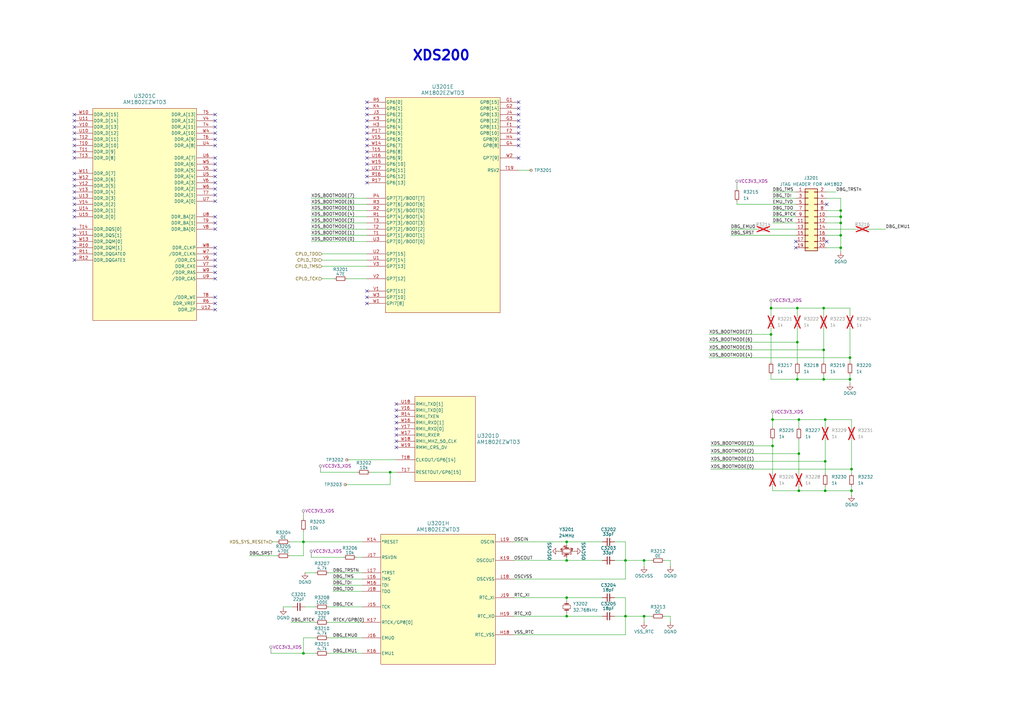
<source format=kicad_sch>
(kicad_sch (version 20250114) (generator "eeschema") (generator_version "9.0")
  (paper "A3")
  (title_block (title "Barre de son (base saine)") (date "2025-05-16") (rev "1.0") (company "NDH"))
  (text "XDS200" (at 180.975 22.86 0) (effects (font (size 4 4) (thickness 0.8) (bold yes))))
  (junction (at 349.25 192.405))
  (junction (at 327.025 126.365))
  (junction (at 232.41 229.87))
  (junction (at 316.23 137.16))
  (junction (at 327.66 186.055))
  (junction (at 316.865 172.085))
  (junction (at 344.805 91.44))
  (junction (at 344.805 88.9))
  (junction (at 337.82 126.365))
  (junction (at 337.82 155.575))
  (junction (at 316.865 182.88))
  (junction (at 232.41 252.73))
  (junction (at 160.02 193.675))
  (junction (at 344.805 86.36))
  (junction (at 264.16 252.73))
  (junction (at 124.46 222.25))
  (junction (at 337.82 143.51))
  (junction (at 338.455 172.085))
  (junction (at 316.23 126.365))
  (junction (at 344.805 96.52))
  (junction (at 256.54 252.73))
  (junction (at 232.41 245.11))
  (junction (at 327.66 172.085))
  (junction (at 264.16 229.87))
  (junction (at 338.455 201.295))
  (junction (at 348.615 146.685))
  (junction (at 327.025 155.575))
  (junction (at 344.805 101.6))
  (junction (at 338.455 189.23))
  (junction (at 348.615 155.575))
  (junction (at 232.41 222.25))
  (junction (at 327.66 201.295))
  (junction (at 327.025 140.335))
  (junction (at 349.25 201.295))
  (junction (at 256.54 229.87))
  (junction (at 124.46 267.97))
  (no_connect (at 88.265 77.47))
  (no_connect (at 162.56 183.515))
  (no_connect (at 150.495 41.91))
  (no_connect (at 150.495 52.07))
  (no_connect (at 88.265 54.61))
  (no_connect (at 88.265 106.68))
  (no_connect (at 150.495 121.92))
  (no_connect (at 30.48 57.15))
  (no_connect (at 30.48 93.98))
  (no_connect (at 30.48 76.2))
  (no_connect (at 162.56 170.815))
  (no_connect (at 88.265 111.76))
  (no_connect (at 88.265 91.44))
  (no_connect (at 150.495 124.46))
  (no_connect (at 30.48 78.74))
  (no_connect (at 88.265 82.55))
  (no_connect (at 88.265 121.92))
  (no_connect (at 212.725 49.53))
  (no_connect (at 30.48 49.53))
  (no_connect (at 150.495 59.69))
  (no_connect (at 30.48 81.28))
  (no_connect (at 88.265 101.6))
  (no_connect (at 88.265 93.98))
  (no_connect (at 150.495 46.99))
  (no_connect (at 88.265 64.77))
  (no_connect (at 150.495 44.45))
  (no_connect (at 88.265 109.22))
  (no_connect (at 326.39 99.06))
  (no_connect (at 30.48 101.6))
  (no_connect (at 150.495 62.23))
  (no_connect (at 162.56 175.895))
  (no_connect (at 30.48 64.77))
  (no_connect (at 150.495 72.39))
  (no_connect (at 88.265 127))
  (no_connect (at 326.39 101.6))
  (no_connect (at 88.265 57.15))
  (no_connect (at 88.265 46.99))
  (no_connect (at 88.265 88.9))
  (no_connect (at 162.56 165.735))
  (no_connect (at 30.48 86.36))
  (no_connect (at 30.48 52.07))
  (no_connect (at 162.56 178.435))
  (no_connect (at 88.265 52.07))
  (no_connect (at 30.48 96.52))
  (no_connect (at 88.265 67.31))
  (no_connect (at 150.495 69.85))
  (no_connect (at 30.48 62.23))
  (no_connect (at 30.48 99.06))
  (no_connect (at 150.495 64.77))
  (no_connect (at 30.48 83.82))
  (no_connect (at 150.495 119.38))
  (no_connect (at 162.56 180.975))
  (no_connect (at 30.48 54.61))
  (no_connect (at 150.495 49.53))
  (no_connect (at 212.725 59.69))
  (no_connect (at 150.495 67.31))
  (no_connect (at 150.495 74.93))
  (no_connect (at 150.495 57.15))
  (no_connect (at 88.265 49.53))
  (no_connect (at 30.48 59.69))
  (no_connect (at 212.725 41.91))
  (no_connect (at 30.48 88.9))
  (no_connect (at 88.265 124.46))
  (no_connect (at 88.265 74.93))
  (no_connect (at 88.265 104.14))
  (no_connect (at 88.265 80.01))
  (no_connect (at 162.56 173.355))
  (no_connect (at 212.725 64.77))
  (no_connect (at 30.48 71.12))
  (no_connect (at 212.725 57.15))
  (no_connect (at 88.265 69.85))
  (no_connect (at 212.725 46.99))
  (no_connect (at 212.725 52.07))
  (no_connect (at 30.48 73.66))
  (no_connect (at 88.265 72.39))
  (no_connect (at 162.56 168.275))
  (no_connect (at 30.48 46.99))
  (no_connect (at 339.09 99.06))
  (no_connect (at 88.265 59.69))
  (no_connect (at 88.265 114.3))
  (no_connect (at 150.495 54.61))
  (no_connect (at 30.48 104.14))
  (no_connect (at 339.09 83.82))
  (no_connect (at 212.725 44.45))
  (no_connect (at 212.725 54.61))
  (no_connect (at 30.48 106.68))
  (wire (pts (xy 274.955 229.87) (xy 274.955 232.41)))
  (wire (pts (xy 339.09 86.36) (xy 344.805 86.36)))
  (wire (pts (xy 132.08 106.68) (xy 150.495 106.68)))
  (wire (pts (xy 136.525 237.49) (xy 148.59 237.49)))
  (wire (pts (xy 349.25 199.39) (xy 349.25 201.295)))
  (wire (pts (xy 316.865 182.88) (xy 316.865 194.31)))
  (wire (pts (xy 151.765 193.675) (xy 160.02 193.675)))
  (wire (pts (xy 337.82 126.365) (xy 348.615 126.365)))
  (wire (pts (xy 327.025 134.62) (xy 327.025 140.335)))
  (wire (pts (xy 349.25 175.26) (xy 349.25 172.085)))
  (wire (pts (xy 290.83 143.51) (xy 337.82 143.51)))
  (wire (pts (xy 232.41 252.73) (xy 247.015 252.73)))
  (wire (pts (xy 232.41 246.38) (xy 232.41 245.11)))
  (wire (pts (xy 134.62 267.97) (xy 148.59 267.97)))
  (wire (pts (xy 132.08 114.3) (xy 137.16 114.3)))
  (wire (pts (xy 256.54 222.25) (xy 256.54 229.87)))
  (wire (pts (xy 327.025 140.335) (xy 327.025 148.59)))
  (wire (pts (xy 302.26 76.835) (xy 302.26 77.47)))
  (wire (pts (xy 316.865 172.085) (xy 316.865 175.26)))
  (wire (pts (xy 338.455 189.23) (xy 338.455 180.34)))
  (wire (pts (xy 252.095 229.87) (xy 256.54 229.87)))
  (wire (pts (xy 316.865 86.36) (xy 326.39 86.36)))
  (wire (pts (xy 142.24 188.595) (xy 162.56 188.595)))
  (wire (pts (xy 256.54 260.35) (xy 256.54 252.73)))
  (wire (pts (xy 339.09 96.52) (xy 344.805 96.52)))
  (wire (pts (xy 127.635 93.98) (xy 150.495 93.98)))
  (wire (pts (xy 327.66 186.055) (xy 327.66 194.31)))
  (wire (pts (xy 232.41 229.87) (xy 210.82 229.87)))
  (wire (pts (xy 302.26 83.82) (xy 326.39 83.82)))
  (wire (pts (xy 160.02 193.675) (xy 162.56 193.675)))
  (wire (pts (xy 338.455 175.26) (xy 338.455 172.085)))
  (wire (pts (xy 229.235 226.06) (xy 229.87 226.06)))
  (wire (pts (xy 338.455 172.085) (xy 349.25 172.085)))
  (wire (pts (xy 119.38 255.27) (xy 129.54 255.27)))
  (wire (pts (xy 146.05 228.6) (xy 148.59 228.6)))
  (wire (pts (xy 349.25 192.405) (xy 349.25 194.31)))
  (wire (pts (xy 124.46 227.965) (xy 124.46 222.25)))
  (wire (pts (xy 232.41 251.46) (xy 232.41 252.73)))
  (wire (pts (xy 132.08 109.22) (xy 150.495 109.22)))
  (wire (pts (xy 327.66 180.34) (xy 327.66 186.055)))
  (wire (pts (xy 127.635 99.06) (xy 150.495 99.06)))
  (wire (pts (xy 125.095 248.92) (xy 129.54 248.92)))
  (wire (pts (xy 264.16 229.87) (xy 267.335 229.87)))
  (wire (pts (xy 124.46 212.09) (xy 124.46 212.725)))
  (wire (pts (xy 232.41 223.52) (xy 232.41 222.25)))
  (wire (pts (xy 136.525 240.03) (xy 148.59 240.03)))
  (wire (pts (xy 342.9 78.74) (xy 339.09 78.74)))
  (wire (pts (xy 291.465 189.23) (xy 338.455 189.23)))
  (wire (pts (xy 232.41 229.87) (xy 247.015 229.87)))
  (wire (pts (xy 349.25 201.295) (xy 349.25 203.2)))
  (wire (pts (xy 134.62 248.92) (xy 148.59 248.92)))
  (wire (pts (xy 337.82 143.51) (xy 337.82 134.62)))
  (wire (pts (xy 337.82 155.575) (xy 327.025 155.575)))
  (wire (pts (xy 256.54 237.49) (xy 256.54 229.87)))
  (wire (pts (xy 316.23 126.365) (xy 316.23 129.54)))
  (wire (pts (xy 116.205 248.92) (xy 120.015 248.92)))
  (wire (pts (xy 160.02 193.675) (xy 160.02 198.755)))
  (wire (pts (xy 327.66 201.295) (xy 327.66 199.39)))
  (wire (pts (xy 127.635 83.82) (xy 150.495 83.82)))
  (wire (pts (xy 127.635 88.9) (xy 150.495 88.9)))
  (wire (pts (xy 349.25 180.34) (xy 349.25 192.405)))
  (wire (pts (xy 337.82 129.54) (xy 337.82 126.365)))
  (wire (pts (xy 316.23 137.16) (xy 316.23 148.59)))
  (wire (pts (xy 141.605 198.755) (xy 160.02 198.755)))
  (wire (pts (xy 316.23 137.16) (xy 316.23 134.62)))
  (wire (pts (xy 264.16 252.73) (xy 267.335 252.73)))
  (wire (pts (xy 348.615 155.575) (xy 348.615 157.48)))
  (wire (pts (xy 131.445 193.675) (xy 146.685 193.675)))
  (wire (pts (xy 232.41 222.25) (xy 210.82 222.25)))
  (wire (pts (xy 127.635 86.36) (xy 150.495 86.36)))
  (wire (pts (xy 134.62 261.62) (xy 148.59 261.62)))
  (wire (pts (xy 291.465 186.055) (xy 327.66 186.055)))
  (wire (pts (xy 344.805 103.505) (xy 344.805 101.6)))
  (wire (pts (xy 134.62 234.95) (xy 148.59 234.95)))
  (wire (pts (xy 102.235 227.965) (xy 113.665 227.965)))
  (wire (pts (xy 210.82 237.49) (xy 256.54 237.49)))
  (wire (pts (xy 316.865 182.88) (xy 316.865 180.34)))
  (wire (pts (xy 252.095 252.73) (xy 256.54 252.73)))
  (wire (pts (xy 338.455 201.295) (xy 327.66 201.295)))
  (wire (pts (xy 363.22 93.98) (xy 356.235 93.98)))
  (wire (pts (xy 337.82 155.575) (xy 348.615 155.575)))
  (wire (pts (xy 339.09 81.28) (xy 344.805 81.28)))
  (wire (pts (xy 247.015 245.11) (xy 232.41 245.11)))
  (wire (pts (xy 111.76 222.25) (xy 113.665 222.25)))
  (wire (pts (xy 316.865 78.74) (xy 326.39 78.74)))
  (wire (pts (xy 327.66 172.085) (xy 338.455 172.085)))
  (wire (pts (xy 124.46 222.25) (xy 148.59 222.25)))
  (wire (pts (xy 348.615 129.54) (xy 348.615 126.365)))
  (wire (pts (xy 132.08 104.14) (xy 150.495 104.14)))
  (wire (pts (xy 127.635 228.6) (xy 140.97 228.6)))
  (wire (pts (xy 124.46 217.805) (xy 124.46 222.25)))
  (wire (pts (xy 299.72 93.98) (xy 310.515 93.98)))
  (wire (pts (xy 344.805 88.9) (xy 344.805 91.44)))
  (wire (pts (xy 252.095 222.25) (xy 256.54 222.25)))
  (wire (pts (xy 348.615 146.685) (xy 348.615 148.59)))
  (wire (pts (xy 316.865 171.45) (xy 316.865 172.085)))
  (wire (pts (xy 124.46 267.97) (xy 124.46 261.62)))
  (wire (pts (xy 337.82 143.51) (xy 337.82 148.59)))
  (wire (pts (xy 127.635 91.44) (xy 150.495 91.44)))
  (wire (pts (xy 299.72 96.52) (xy 326.39 96.52)))
  (wire (pts (xy 327.66 172.085) (xy 316.865 172.085)))
  (wire (pts (xy 264.16 232.41) (xy 264.16 229.87)))
  (wire (pts (xy 264.16 252.73) (xy 256.54 252.73)))
  (wire (pts (xy 316.865 88.9) (xy 326.39 88.9)))
  (wire (pts (xy 290.83 137.16) (xy 316.23 137.16)))
  (wire (pts (xy 252.095 245.11) (xy 256.54 245.11)))
  (wire (pts (xy 272.415 252.73) (xy 274.955 252.73)))
  (wire (pts (xy 232.41 245.11) (xy 210.82 245.11)))
  (wire (pts (xy 232.41 228.6) (xy 232.41 229.87)))
  (wire (pts (xy 327.66 201.295) (xy 316.865 201.295)))
  (wire (pts (xy 338.455 189.23) (xy 338.455 194.31)))
  (wire (pts (xy 327.66 172.085) (xy 327.66 175.26)))
  (wire (pts (xy 337.82 153.67) (xy 337.82 155.575)))
  (wire (pts (xy 344.805 91.44) (xy 344.805 96.52)))
  (wire (pts (xy 316.865 81.28) (xy 326.39 81.28)))
  (wire (pts (xy 344.805 101.6) (xy 339.09 101.6)))
  (wire (pts (xy 302.26 82.55) (xy 302.26 83.82)))
  (wire (pts (xy 290.83 140.335) (xy 327.025 140.335)))
  (wire (pts (xy 327.025 126.365) (xy 337.82 126.365)))
  (wire (pts (xy 316.23 125.73) (xy 316.23 126.365)))
  (wire (pts (xy 344.805 96.52) (xy 344.805 101.6)))
  (wire (pts (xy 344.805 86.36) (xy 344.805 88.9)))
  (wire (pts (xy 274.955 252.73) (xy 274.955 255.27)))
  (wire (pts (xy 256.54 245.11) (xy 256.54 252.73)))
  (wire (pts (xy 125.095 234.95) (xy 129.54 234.95)))
  (wire (pts (xy 291.465 192.405) (xy 349.25 192.405)))
  (wire (pts (xy 116.205 249.555) (xy 116.205 248.92)))
  (wire (pts (xy 291.465 182.88) (xy 316.865 182.88)))
  (wire (pts (xy 129.54 267.97) (xy 124.46 267.97)))
  (wire (pts (xy 327.025 126.365) (xy 316.23 126.365)))
  (wire (pts (xy 338.455 199.39) (xy 338.455 201.295)))
  (wire (pts (xy 127.635 96.52) (xy 150.495 96.52)))
  (wire (pts (xy 210.82 260.35) (xy 256.54 260.35)))
  (wire (pts (xy 339.09 91.44) (xy 344.805 91.44)))
  (wire (pts (xy 136.525 242.57) (xy 148.59 242.57)))
  (wire (pts (xy 217.805 69.85) (xy 212.725 69.85)))
  (wire (pts (xy 344.805 81.28) (xy 344.805 86.36)))
  (wire (pts (xy 316.23 155.575) (xy 316.23 153.67)))
  (wire (pts (xy 348.615 134.62) (xy 348.615 146.685)))
  (wire (pts (xy 316.865 91.44) (xy 326.39 91.44)))
  (wire (pts (xy 111.125 267.97) (xy 124.46 267.97)))
  (wire (pts (xy 127.635 81.28) (xy 150.495 81.28)))
  (wire (pts (xy 232.41 252.73) (xy 210.82 252.73)))
  (wire (pts (xy 124.46 261.62) (xy 129.54 261.62)))
  (wire (pts (xy 327.025 126.365) (xy 327.025 129.54)))
  (wire (pts (xy 118.745 222.25) (xy 124.46 222.25)))
  (wire (pts (xy 134.62 255.27) (xy 148.59 255.27)))
  (wire (pts (xy 315.595 93.98) (xy 326.39 93.98)))
  (wire (pts (xy 264.16 255.27) (xy 264.16 252.73)))
  (wire (pts (xy 264.16 229.87) (xy 256.54 229.87)))
  (wire (pts (xy 339.09 88.9) (xy 344.805 88.9)))
  (wire (pts (xy 351.155 93.98) (xy 339.09 93.98)))
  (wire (pts (xy 247.015 222.25) (xy 232.41 222.25)))
  (wire (pts (xy 235.585 226.06) (xy 234.95 226.06)))
  (wire (pts (xy 290.83 146.685) (xy 348.615 146.685)))
  (wire (pts (xy 272.415 229.87) (xy 274.955 229.87)))
  (wire (pts (xy 338.455 201.295) (xy 349.25 201.295)))
  (wire (pts (xy 327.025 155.575) (xy 327.025 153.67)))
  (wire (pts (xy 118.745 227.965) (xy 124.46 227.965)))
  (wire (pts (xy 316.865 201.295) (xy 316.865 199.39)))
  (wire (pts (xy 348.615 153.67) (xy 348.615 155.575)))
  (wire (pts (xy 327.025 155.575) (xy 316.23 155.575)))
  (wire (pts (xy 142.24 114.3) (xy 150.495 114.3)))
  (label "XDS_BOOTMODE(2)" (at 291.465 186.055 0))
  (label "XDS_BOOTMODE(2)" (at 127.635 93.98 0))
  (label "DBG_SRST" (at 299.72 96.52 0))
  (label "XDS_BOOTMODE(3)" (at 291.465 182.88 0))
  (label "XDS_BOOTMODE(7)" (at 290.83 137.16 0))
  (label "XDS_BOOTMODE(5)" (at 127.635 86.36 0))
  (label "DBG_TRSTN" (at 136.525 234.95 0))
  (label "XDS_BOOTMODE(1)" (at 127.635 96.52 0))
  (label "DBG_TCK" (at 136.525 248.92 0))
  (label "RTCK{slash}GP8(0)" (at 136.525 255.27 0))
  (label "DBG_TDO" (at 136.525 242.57 0))
  (label "XDS_BOOTMODE(0)" (at 291.465 192.405 0))
  (label "XDS_BOOTMODE(6)" (at 290.83 140.335 0))
  (label "DBG_EMU1" (at 363.22 93.98 0))
  (label "XDS_BOOTMODE(5)" (at 290.83 143.51 0))
  (label "XDS_BOOTMODE(7)" (at 127.635 81.28 0))
  (label "DBG_EMU1" (at 136.525 267.97 0))
  (label "XDS_BOOTMODE(6)" (at 127.635 83.82 0))
  (label "RTC_XO" (at 210.82 252.73 0))
  (label "DBG_TMS" (at 316.865 78.74 0))
  (label "OSCVSS" (at 210.82 237.49 0))
  (label "XDS_BOOTMODE(1)" (at 291.465 189.23 0))
  (label "VSS_RTC" (at 210.82 260.35 0))
  (label "DBG_EMU0" (at 299.72 93.98 0))
  (label "DBG_TMS" (at 136.525 237.49 0))
  (label "XDS_BOOTMODE(4)" (at 290.83 146.685 0))
  (label "DBG_TDO" (at 316.865 86.36 0))
  (label "OSCIN" (at 210.82 222.25 0))
  (label "XDS_BOOTMODE(0)" (at 127.635 99.06 0))
  (label "DBG_RTCK" (at 316.865 88.9 0))
  (label "DBG_TCK" (at 316.865 91.44 0))
  (label "EMU_TVD" (at 316.865 83.82 0))
  (label "OSCOUT" (at 210.82 229.87 0))
  (label "DBG_TDI" (at 136.525 240.03 0))
  (label "RTC_XI" (at 210.82 245.11 0))
  (label "XDS_BOOTMODE(4)" (at 127.635 88.9 0))
  (label "DBG_RTCK" (at 119.38 255.27 0))
  (label "XDS_BOOTMODE(3)" (at 127.635 91.44 0))
  (label "DBG_EMU0" (at 136.525 261.62 0))
  (label "DBG_TDI" (at 316.865 81.28 0))
  (label "DBG_SRST" (at 102.235 227.965 0))
  (label "DBG_TRSTn" (at 342.9 78.74 0))
  (hierarchical_label "CPLD_TDO" (shape input) (at 132.08 104.14 180))
  (hierarchical_label "CPLD_TDI" (shape input) (at 132.08 106.68 180))
  (hierarchical_label "XDS_SYS_RESETn" (shape input) (at 111.76 222.25 180))
  (hierarchical_label "CPLD_TCK" (shape input) (at 132.08 114.3 180))
  (hierarchical_label "CPLD_TMS" (shape input) (at 132.08 109.22 180))
  (netclass_flag "" (length 2.54) (shape round) (at 316.865 171.45 0) (property "Netclass" "VCC3V3_XDS" (at 317.5635 168.91 0) (effects (justify left))))
  (netclass_flag "" (length 2.54) (shape round) (at 124.46 212.09 0) (property "Netclass" "VCC3V3_XDS" (at 125.1585 209.55 0) (effects (justify left))))
  (netclass_flag "" (length 2.54) (shape round) (at 127.635 228.6 0) (property "Netclass" "VCC3V3_XDS" (at 128.3335 226.06 0) (effects (justify left))))
  (netclass_flag "" (length 2.54) (shape round) (at 111.125 267.97 0) (property "Netclass" "VCC3V3_XDS" (at 111.8235 265.43 0) (effects (justify left))))
  (netclass_flag "" (length 2.54) (shape round) (at 131.445 193.675 0) (property "Netclass" "VCC3V3_XDS" (at 132.1435 191.135 0) (effects (justify left))))
  (netclass_flag "" (length 2.54) (shape round) (at 316.23 125.73 0) (property "Netclass" "VCC3V3_XDS" (at 316.9285 123.19 0) (effects (justify left))))
  (netclass_flag "" (length 2.54) (shape round) (at 302.26 76.835 0) (property "Netclass" "VCC3V3_XDS" (at 302.9585 74.295 0) (effects (justify left))))
  (symbol (lib_id "Device:R_Small") (at 316.865 177.8 180) (unit 1)
    (property "Reference" "R3225" (at 319.405 176.5299 0) (effects (justify right)))
    (property "Value" "1k" (at 319.405 179.0699 0) (effects (justify right)))
    (property "Description" "Resistor, small symbol" (effects (hide yes)))
  )
  (symbol (lib_id "Device:R_Small") (at 302.26 80.01 180) (unit 1)
    (property "Reference" "R3215" (at 304.8 78.7399 0) (effects (justify right)))
    (property "Value" "1k" (at 304.8 81.2799 0) (effects (justify right)))
    (property "Description" "Resistor, small symbol" (effects (hide yes)))
  )
  (symbol (lib_id "Device:R_Small") (at 116.205 222.25 90) (unit 1)
    (property "Reference" "R3204" (at 116.205 218.44 90))
    (property "Value" "0E" (at 116.205 220.345 90))
    (property "Description" "Resistor, small symbol" (effects (hide yes)))
  )
  (symbol (lib_id "Device:C_Small") (at 249.555 229.87 90) (unit 1)
    (property "Reference" "C3203" (at 249.555 224.79 90))
    (property "Value" "33pF" (at 249.555 226.695 90))
    (property "Description" "Unpolarized capacitor, small symbol" (effects (hide yes)))
  )
  (symbol (lib_id "Device:R_Small") (at 149.225 193.675 90) (unit 1)
    (property "Reference" "R3202" (at 149.225 189.865 90))
    (property "Value" "10k" (at 149.225 191.77 90))
    (property "Description" "Resistor, small symbol" (effects (hide yes)))
  )
  (symbol (lib_id "Device:R_Small") (at 124.46 215.265 180) (unit 1)
    (property "Reference" "R3203" (at 127 213.9949 0) (effects (justify right)))
    (property "Value" "10k" (at 127 216.5349 0) (effects (justify right)))
    (property "Description" "Resistor, small symbol" (effects (hide yes)))
  )
  (symbol (lib_id "power:GND") (at 349.25 203.2 0) (unit 1)
    (property "Reference" "#PWR0683" (effects (hide yes)))
    (property "Value" "DGND" (at 349.25 207.01 0))
    (property "Description" "Power symbol creates a global label with name \"GND\" , ground" (effects (hide yes)))
  )
  (symbol (lib_id "Device:R_Small") (at 327.66 177.8 180) (unit 1)
    (property "Reference" "R3227" (at 330.2 176.5299 0) (effects (justify right)))
    (property "Value" "1k" (at 330.2 179.0699 0) (effects (justify right)))
    (property "Description" "Resistor, small symbol" (effects (hide yes)))
  )
  (symbol (lib_id "Device:R_Small") (at 349.25 196.85 180) (unit 1)
    (property "Reference" "R3232" (at 351.79 195.5799 0) (effects (justify right)))
    (property "Value" "1k" (at 351.79 198.1199 0) (effects (justify right)))
    (property "Description" "Resistor, small symbol" (effects (hide yes)))
  )
  (symbol (lib_id "power:GND") (at 264.16 255.27 0) (unit 1)
    (property "Reference" "#PWR0679" (effects (hide yes)))
    (property "Value" "VSS_RTC" (at 264.16 259.08 0))
    (property "Description" "Power symbol creates a global label with name \"GND\" , ground" (effects (hide yes)))
  )
  (symbol (lib_id "Device:R_Small") (at 337.82 132.08 180) (unit 1) (dnp yes)
    (property "Reference" "R3223" (at 340.36 130.8099 0) (effects (justify right)))
    (property "Value" "1k" (at 340.36 133.3499 0) (effects (justify right)))
    (property "Description" "Resistor, small symbol" (effects (hide yes)))
  )
  (symbol (lib_id "Device:R_Small") (at 143.51 228.6 90) (unit 1)
    (property "Reference" "R3206" (at 143.51 224.79 90))
    (property "Value" "10k" (at 143.51 226.695 90))
    (property "Description" "Resistor, small symbol" (effects (hide yes)))
  )
  (symbol (lib_id "Device:R_Small") (at 348.615 151.13 180) (unit 1)
    (property "Reference" "R3220" (at 351.155 149.8599 0) (effects (justify right)))
    (property "Value" "1k" (at 351.155 152.3999 0) (effects (justify right)))
    (property "Description" "Resistor, small symbol" (effects (hide yes)))
  )
  (symbol (lib_id "Device:R_Small") (at 269.875 252.73 90) (unit 1)
    (property "Reference" "R3213" (at 269.875 248.92 90))
    (property "Value" "0E" (at 269.875 250.825 90))
    (property "Description" "Resistor, small symbol" (effects (hide yes)))
  )
  (symbol (lib_id "power:GND") (at 116.205 249.555 0) (unit 1)
    (property "Reference" "#PWR0674" (effects (hide yes)))
    (property "Value" "DGND" (at 116.205 253.365 0))
    (property "Description" "Power symbol creates a global label with name \"GND\" , ground" (effects (hide yes)))
  )
  (symbol (lib_id "power:GND") (at 274.955 255.27 0) (unit 1)
    (property "Reference" "#PWR0680" (effects (hide yes)))
    (property "Value" "DGND" (at 274.955 259.08 0))
    (property "Description" "Power symbol creates a global label with name \"GND\" , ground" (effects (hide yes)))
  )
  (symbol (lib_id "power:GND") (at 235.585 226.06 90) (unit 1)
    (property "Reference" "#PWR0676" (effects (hide yes)))
    (property "Value" "OSCVSS" (at 239.395 226.06 0))
    (property "Description" "Power symbol creates a global label with name \"GND\" , ground" (effects (hide yes)))
  )
  (symbol (lib_id "power:GND") (at 344.805 103.505 0) (unit 1)
    (property "Reference" "#PWR0681" (effects (hide yes)))
    (property "Value" "DGND" (at 344.805 107.315 0))
    (property "Description" "Power symbol creates a global label with name \"GND\" , ground" (effects (hide yes)))
  )
  (symbol (lib_id "power:GND") (at 264.16 232.41 0) (unit 1)
    (property "Reference" "#PWR0677" (effects (hide yes)))
    (property "Value" "OSCVSS" (at 264.16 236.22 0))
    (property "Description" "Power symbol creates a global label with name \"GND\" , ground" (effects (hide yes)))
  )
  (symbol (lib_id "Device:R_Small") (at 348.615 132.08 180) (unit 1) (dnp yes)
    (property "Reference" "R3224" (at 351.155 130.8099 0) (effects (justify right)))
    (property "Value" "1k" (at 351.155 133.3499 0) (effects (justify right)))
    (property "Description" "Resistor, small symbol" (effects (hide yes)))
  )
  (symbol (lib_id "Device:R_Small") (at 316.865 196.85 180) (unit 1) (dnp yes)
    (property "Reference" "R3226" (at 319.405 195.5799 0) (effects (justify right)))
    (property "Value" "1k" (at 319.405 198.1199 0) (effects (justify right)))
    (property "Description" "Resistor, small symbol" (effects (hide yes)))
  )
  (symbol (lib_id "Device:R_Small") (at 338.455 177.8 180) (unit 1) (dnp yes)
    (property "Reference" "R3229" (at 340.995 176.5299 0) (effects (justify right)))
    (property "Value" "1k" (at 340.995 179.0699 0) (effects (justify right)))
    (property "Description" "Resistor, small symbol" (effects (hide yes)))
  )
  (symbol (lib_id "Device:R_Small") (at 337.82 151.13 180) (unit 1)
    (property "Reference" "R3219" (at 340.36 149.8599 0) (effects (justify right)))
    (property "Value" "1k" (at 340.36 152.3999 0) (effects (justify right)))
    (property "Description" "Resistor, small symbol" (effects (hide yes)))
  )
  (symbol (lib_id "Device:C_Small") (at 249.555 222.25 90) (unit 1)
    (property "Reference" "C3202" (at 249.555 217.17 90))
    (property "Value" "33pF" (at 249.555 219.075 90))
    (property "Description" "Unpolarized capacitor, small symbol" (effects (hide yes)))
  )
  (symbol (lib_id "power:GND") (at 274.955 232.41 0) (unit 1)
    (property "Reference" "#PWR0678" (effects (hide yes)))
    (property "Value" "DGND" (at 274.955 236.22 0))
    (property "Description" "Power symbol creates a global label with name \"GND\" , ground" (effects (hide yes)))
  )
  (symbol (lib_id "Libglobal:AM1802EZWTD3") (at -65.405 144.78 0) (unit 3)
    (property "Reference" "U3201" (at 59.3725 39.37 0) (effects (font (size 1.524 1.524))))
    (property "Value" "AM1802EZWTD3" (at 59.3725 41.91 0) (effects (font (size 1.524 1.524))))
    (property "Footprint" "ZCE361" (effects (hide yes)))
    (property "Datasheet" "AM1802EZWTD3" (effects (hide yes)))
  )
  (symbol (lib_id "Libglobal:AM1802EZWTD3") (at 59.055 139.7 0) (unit 5)
    (property "Reference" "U3201" (at 181.61 35.56 0) (effects (font (size 1.524 1.524))))
    (property "Value" "AM1802EZWTD3" (at 181.61 38.1 0) (effects (font (size 1.524 1.524))))
    (property "Footprint" "ZCE361" (effects (hide yes)))
    (property "Datasheet" "AM1802EZWTD3" (effects (hide yes)))
  )
  (symbol (lib_id "Device:R_Small") (at 353.695 93.98 90) (unit 1) (dnp yes)
    (property "Reference" "R3216" (at 353.695 92.075 90))
    (property "Description" "Resistor, small symbol" (effects (hide yes)))
  )
  (symbol (lib_id "Device:R_Small") (at 116.205 227.965 90) (unit 1)
    (property "Reference" "R3205" (at 116.205 224.155 90))
    (property "Value" "470E" (at 116.205 226.06 90))
    (property "Description" "Resistor, small symbol" (effects (hide yes)))
  )
  (symbol (lib_id "Device:R_Small") (at 132.08 234.95 90) (unit 1)
    (property "Reference" "R3207" (at 132.08 231.14 90))
    (property "Value" "4.7k" (at 132.08 233.045 90))
    (property "Description" "Resistor, small symbol" (effects (hide yes)))
  )
  (symbol (lib_id "Device:R_Small") (at 132.08 248.92 90) (unit 1)
    (property "Reference" "R3208" (at 132.08 245.11 90))
    (property "Value" "100E" (at 132.08 247.015 90))
    (property "Description" "Resistor, small symbol" (effects (hide yes)))
  )
  (symbol (lib_id "Device:R_Small") (at 132.08 255.27 90) (unit 1)
    (property "Reference" "R3209" (at 132.08 251.46 90))
    (property "Value" "22E" (at 132.08 253.365 90))
    (property "Description" "Resistor, small symbol" (effects (hide yes)))
  )
  (symbol (lib_id "Device:R_Small") (at 349.25 177.8 180) (unit 1) (dnp yes)
    (property "Reference" "R3231" (at 351.79 176.5299 0) (effects (justify right)))
    (property "Value" "1k" (at 351.79 179.0699 0) (effects (justify right)))
    (property "Description" "Resistor, small symbol" (effects (hide yes)))
  )
  (symbol (lib_id "Device:R_Small") (at 139.7 114.3 90) (unit 1)
    (property "Reference" "R3201" (at 139.7 110.49 90))
    (property "Value" "47E" (at 139.7 112.395 90))
    (property "Description" "Resistor, small symbol" (effects (hide yes)))
  )
  (symbol (lib_id "Device:R_Small") (at 316.23 132.08 180) (unit 1) (dnp yes)
    (property "Reference" "R3221" (at 318.77 130.8099 0) (effects (justify right)))
    (property "Value" "1k" (at 318.77 133.3499 0) (effects (justify right)))
    (property "Description" "Resistor, small symbol" (effects (hide yes)))
  )
  (symbol (lib_id "Device:R_Small") (at 338.455 196.85 180) (unit 1)
    (property "Reference" "R3230" (at 340.995 195.5799 0) (effects (justify right)))
    (property "Value" "1k" (at 340.995 198.1199 0) (effects (justify right)))
    (property "Description" "Resistor, small symbol" (effects (hide yes)))
  )
  (symbol (lib_id "Device:R_Small") (at 327.66 196.85 180) (unit 1) (dnp yes)
    (property "Reference" "R3228" (at 330.2 195.5799 0) (effects (justify right)))
    (property "Value" "1k" (at 330.2 198.1199 0) (effects (justify right)))
    (property "Description" "Resistor, small symbol" (effects (hide yes)))
  )
  (symbol (lib_id "Device:R_Small") (at 313.055 93.98 90) (unit 1) (dnp yes)
    (property "Reference" "R3214" (at 313.055 92.075 90))
    (property "Description" "Resistor, small symbol" (effects (hide yes)))
  )
  (symbol (lib_id "Connector_Generic:Conn_02x10_Odd_Even") (at 331.47 88.9 0) (unit 1)
    (property "Reference" "J3201" (at 332.74 73.025 0))
    (property "Value" "JTAG HEADER FOR AM1802" (at 332.74 75.565 0))
    (property "Description" "Generic connector, double row, 02x10, odd/even pin numbering scheme (row 1 odd numbers, row 2 even numbers), script generated (kicad-library-utils/schlib/autogen/connector/)" (effects (hide yes)))
  )
  (symbol (lib_id "Device:R_Small") (at 316.23 151.13 180) (unit 1)
    (property "Reference" "R3217" (at 318.77 149.8599 0) (effects (justify right)))
    (property "Value" "1k" (at 318.77 152.3999 0) (effects (justify right)))
    (property "Description" "Resistor, small symbol" (effects (hide yes)))
  )
  (symbol (lib_id "power:GND") (at 348.615 157.48 0) (unit 1)
    (property "Reference" "#PWR0682" (effects (hide yes)))
    (property "Value" "DGND" (at 348.615 161.29 0))
    (property "Description" "Power symbol creates a global label with name \"GND\" , ground" (effects (hide yes)))
  )
  (symbol (lib_id "Device:R_Small") (at 132.08 267.97 90) (unit 1)
    (property "Reference" "R3211" (at 132.08 264.16 90))
    (property "Value" "4.7k" (at 132.08 266.065 90))
    (property "Description" "Resistor, small symbol" (effects (hide yes)))
  )
  (symbol (lib_id "Device:C_Small") (at 249.555 245.11 90) (unit 1)
    (property "Reference" "C3204" (at 249.555 240.03 90))
    (property "Value" "18pF" (at 249.555 241.935 90))
    (property "Description" "Unpolarized capacitor, small symbol" (effects (hide yes)))
  )
  (symbol (lib_id "Connector:TestPoint_Small") (at 141.605 198.755 180) (unit 1)
    (property "Reference" "TP3203" (at 140.335 198.7551 0) (effects (justify left)))
    (property "Value" "TestPoint_Small" (effects (hide yes)))
    (property "Description" "test point" (effects (hide yes)))
  )
  (symbol (lib_id "Device:R_Small") (at 132.08 261.62 90) (unit 1)
    (property "Reference" "R3210" (at 132.08 257.81 90))
    (property "Value" "4.7k" (at 132.08 259.715 90))
    (property "Description" "Resistor, small symbol" (effects (hide yes)))
  )
  (symbol (lib_id "Device:Crystal_GND24_Small") (at 232.41 226.06 90) (unit 1)
    (property "Reference" "Y3201" (at 232.41 217.17 90))
    (property "Value" "24MHz" (at 232.41 219.71 90))
    (property "Description" "Four pin crystal, GND on pins 2 and 4, small symbol" (effects (hide yes)))
  )
  (symbol (lib_id "Connector:TestPoint_Small") (at 217.805 69.85 0) (unit 1)
    (property "Reference" "TP3201" (at 219.075 69.8499 0) (effects (justify left)))
    (property "Value" "TestPoint_Small" (effects (hide yes)))
    (property "Description" "test point" (effects (hide yes)))
  )
  (symbol (lib_id "Libglobal:AM1802EZWTD3") (at 57.15 317.5 0) (unit 8)
    (property "Reference" "U3201" (at 179.705 214.63 0) (effects (font (size 1.524 1.524))))
    (property "Value" "AM1802EZWTD3" (at 179.705 217.17 0) (effects (font (size 1.524 1.524))))
    (property "Footprint" "ZCE361" (effects (hide yes)))
    (property "Datasheet" "AM1802EZWTD3" (effects (hide yes)))
  )
  (symbol (lib_id "Device:Crystal_Small") (at 232.41 248.92 90) (unit 1)
    (property "Reference" "Y3202" (at 234.95 247.6499 90) (effects (justify right)))
    (property "Value" "32.768kHz" (at 234.95 250.1899 90) (effects (justify right)))
    (property "Description" "Two pin crystal, small symbol" (effects (hide yes)))
  )
  (symbol (lib_id "power:GND") (at 229.235 226.06 270) (unit 1)
    (property "Reference" "#PWR0675" (effects (hide yes)))
    (property "Value" "OSCVSS" (at 225.425 226.06 0))
    (property "Description" "Power symbol creates a global label with name \"GND\" , ground" (effects (hide yes)))
  )
  (symbol (lib_id "Connector:TestPoint_Small") (at 142.24 188.595 180) (unit 1)
    (property "Reference" "TP3202" (at 140.97 188.5951 0) (effects (justify left)))
    (property "Value" "TestPoint_Small" (effects (hide yes)))
    (property "Description" "test point" (effects (hide yes)))
  )
  (symbol (lib_id "Device:C_Small") (at 249.555 252.73 90) (unit 1)
    (property "Reference" "C3205" (at 249.555 247.65 90))
    (property "Value" "18pF" (at 249.555 249.555 90))
    (property "Description" "Unpolarized capacitor, small symbol" (effects (hide yes)))
  )
  (symbol (lib_id "Device:C_Small") (at 122.555 248.92 90) (unit 1)
    (property "Reference" "C3201" (at 122.555 243.84 90))
    (property "Value" "22pF" (at 122.555 245.745 90))
    (property "Description" "Unpolarized capacitor, small symbol" (effects (hide yes)))
  )
  (symbol (lib_id "Device:R_Small") (at 327.025 151.13 180) (unit 1)
    (property "Reference" "R3218" (at 329.565 149.8599 0) (effects (justify right)))
    (property "Value" "1k" (at 329.565 152.3999 0) (effects (justify right)))
    (property "Description" "Resistor, small symbol" (effects (hide yes)))
  )
  (symbol (lib_id "Libglobal:AM1802EZWTD3") (at 62.23 262.255 0) (unit 4)
    (property "Reference" "U3201" (at 195.58 178.7524 0) (effects (font (size 1.524 1.524)) (justify left)))
    (property "Value" "AM1802EZWTD3" (at 195.58 181.2924 0) (effects (font (size 1.524 1.524)) (justify left)))
    (property "Footprint" "ZCE361" (effects (hide yes)))
    (property "Datasheet" "AM1802EZWTD3" (effects (hide yes)))
  )
  (symbol (lib_id "power:GND") (at 125.095 234.95 0) (unit 1)
    (property "Reference" "#PWR0673" (effects (hide yes)))
    (property "Value" "DGND" (at 125.095 238.76 0))
    (property "Description" "Power symbol creates a global label with name \"GND\" , ground" (effects (hide yes)))
  )
  (symbol (lib_id "Device:R_Small") (at 327.025 132.08 180) (unit 1) (dnp yes)
    (property "Reference" "R3222" (at 329.565 130.8099 0) (effects (justify right)))
    (property "Value" "1k" (at 329.565 133.3499 0) (effects (justify right)))
    (property "Description" "Resistor, small symbol" (effects (hide yes)))
  )
  (symbol (lib_id "Device:R_Small") (at 269.875 229.87 90) (unit 1)
    (property "Reference" "R3212" (at 269.875 226.06 90))
    (property "Value" "0E" (at 269.875 227.965 90))
    (property "Description" "Resistor, small symbol" (effects (hide yes)))
  )
)
</source>
